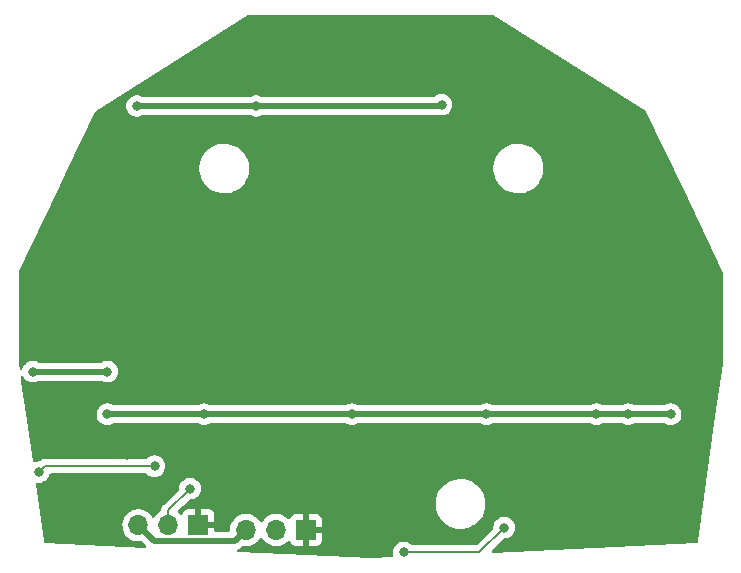
<source format=gbl>
%TF.GenerationSoftware,KiCad,Pcbnew,6.0.4-6f826c9f35~116~ubuntu20.04.1*%
%TF.CreationDate,2022-04-29T21:32:22-06:00*%
%TF.ProjectId,circle-big,63697263-6c65-42d6-9269-672e6b696361,rev?*%
%TF.SameCoordinates,Original*%
%TF.FileFunction,Copper,L2,Bot*%
%TF.FilePolarity,Positive*%
%FSLAX46Y46*%
G04 Gerber Fmt 4.6, Leading zero omitted, Abs format (unit mm)*
G04 Created by KiCad (PCBNEW 6.0.4-6f826c9f35~116~ubuntu20.04.1) date 2022-04-29 21:32:22*
%MOMM*%
%LPD*%
G01*
G04 APERTURE LIST*
%TA.AperFunction,ComponentPad*%
%ADD10R,1.700000X1.700000*%
%TD*%
%TA.AperFunction,ComponentPad*%
%ADD11O,1.700000X1.700000*%
%TD*%
%TA.AperFunction,ViaPad*%
%ADD12C,0.800000*%
%TD*%
%TA.AperFunction,Conductor*%
%ADD13C,0.500000*%
%TD*%
%TA.AperFunction,Conductor*%
%ADD14C,0.200000*%
%TD*%
G04 APERTURE END LIST*
D10*
%TO.P,J2,1,Pin_1*%
%TO.N,GND*%
X42625000Y-60900000D03*
D11*
%TO.P,J2,2,Pin_2*%
%TO.N,/SIG_OUT*%
X40085000Y-60900000D03*
%TO.P,J2,3,Pin_3*%
%TO.N,VCC*%
X37545000Y-60900000D03*
%TD*%
D10*
%TO.P,J1,1,Pin_1*%
%TO.N,GND*%
X33515000Y-60500000D03*
D11*
%TO.P,J1,2,Pin_2*%
%TO.N,/SIG_IN*%
X30975000Y-60500000D03*
%TO.P,J1,3,Pin_3*%
%TO.N,VCC*%
X28435000Y-60500000D03*
%TD*%
D12*
%TO.N,VCC*%
X25800000Y-51100000D03*
X19500000Y-47500000D03*
X38400000Y-25000000D03*
X69900000Y-51100000D03*
X25800000Y-47500000D03*
X34000000Y-51100000D03*
X54100000Y-24900000D03*
X67200000Y-51100000D03*
X73500000Y-51100000D03*
X57900000Y-51100000D03*
X46500000Y-51100000D03*
X28300000Y-25000000D03*
%TO.N,GND*%
X63900000Y-26400000D03*
X51500000Y-18400000D03*
X69200000Y-46100000D03*
X34800000Y-20600000D03*
X71700000Y-48900000D03*
X37200000Y-46100000D03*
X60700000Y-19700000D03*
X27500000Y-46100000D03*
X20700000Y-37700000D03*
X75600000Y-44600000D03*
X41300000Y-28400000D03*
X72000000Y-52800000D03*
X52300000Y-35500000D03*
X44100000Y-38400000D03*
X24500000Y-34700000D03*
X49800000Y-46100000D03*
X26500000Y-58100000D03*
X24700000Y-54500000D03*
X42000000Y-20600000D03*
X74700000Y-35800000D03*
X27500000Y-54525000D03*
X67500000Y-60400000D03*
X57400000Y-20600000D03*
X27500000Y-39400000D03*
X60800000Y-46100000D03*
X64900000Y-48400000D03*
X22700000Y-39300000D03*
%TO.N,Net-(D1-Pad4)*%
X20000000Y-56000000D03*
X29800000Y-55500000D03*
%TO.N,Net-(D3-Pad2)*%
X50900000Y-62800000D03*
X59400000Y-60700000D03*
%TO.N,/SIG_IN*%
X32800000Y-57400000D03*
%TD*%
D13*
%TO.N,VCC*%
X54000000Y-25000000D02*
X54100000Y-24900000D01*
X28435000Y-60500000D02*
X29734511Y-61799511D01*
X57900000Y-51100000D02*
X67200000Y-51100000D01*
X36645489Y-61799511D02*
X37545000Y-60900000D01*
X73500000Y-51100000D02*
X69900000Y-51100000D01*
X34000000Y-51100000D02*
X25800000Y-51100000D01*
X67200000Y-51100000D02*
X69900000Y-51100000D01*
X25800000Y-47500000D02*
X19500000Y-47500000D01*
X38400000Y-25000000D02*
X54000000Y-25000000D01*
X46500000Y-51100000D02*
X57900000Y-51100000D01*
X29734511Y-61799511D02*
X36645489Y-61799511D01*
X34000000Y-51100000D02*
X46500000Y-51100000D01*
X28300000Y-25000000D02*
X38400000Y-25000000D01*
%TO.N,GND*%
X27500000Y-39400000D02*
X22800000Y-39400000D01*
X74100000Y-46100000D02*
X75600000Y-44600000D01*
X49800000Y-46100000D02*
X60800000Y-46100000D01*
X27500000Y-54525000D02*
X24725000Y-54525000D01*
X24725000Y-54525000D02*
X24700000Y-54500000D01*
X34800000Y-20600000D02*
X42000000Y-20600000D01*
X22800000Y-39400000D02*
X22700000Y-39300000D01*
X37200000Y-46100000D02*
X27500000Y-46100000D01*
X42000000Y-20600000D02*
X57400000Y-20600000D01*
X69200000Y-46100000D02*
X74100000Y-46100000D01*
X60800000Y-46100000D02*
X69200000Y-46100000D01*
X37200000Y-46100000D02*
X49800000Y-46100000D01*
D14*
%TO.N,Net-(D1-Pad4)*%
X20500000Y-55500000D02*
X20000000Y-56000000D01*
X29800000Y-55500000D02*
X20500000Y-55500000D01*
%TO.N,Net-(D3-Pad2)*%
X50900000Y-62800000D02*
X57300000Y-62800000D01*
X57300000Y-62800000D02*
X59400000Y-60700000D01*
%TO.N,/SIG_IN*%
X30975000Y-59225000D02*
X32800000Y-57400000D01*
X30975000Y-60500000D02*
X30975000Y-59225000D01*
%TD*%
%TA.AperFunction,Conductor*%
%TO.N,GND*%
G36*
X58484164Y-17327834D02*
G01*
X71371488Y-25431226D01*
X71373886Y-25432734D01*
X71420485Y-25485037D01*
X74587869Y-32107750D01*
X77879169Y-38989558D01*
X77891500Y-39043921D01*
X77891500Y-46855482D01*
X77890265Y-46873077D01*
X77267376Y-51289928D01*
X75776571Y-61861097D01*
X75769944Y-61908085D01*
X75740626Y-61972745D01*
X75681003Y-62011290D01*
X75651004Y-62016355D01*
X58458697Y-62811729D01*
X58389726Y-62794897D01*
X58340803Y-62743447D01*
X58327462Y-62673715D01*
X58353939Y-62607840D01*
X58363780Y-62596769D01*
X59315144Y-61645405D01*
X59377456Y-61611379D01*
X59404239Y-61608500D01*
X59495487Y-61608500D01*
X59501939Y-61607128D01*
X59501944Y-61607128D01*
X59588888Y-61588647D01*
X59682288Y-61568794D01*
X59729835Y-61547625D01*
X59850722Y-61493803D01*
X59850724Y-61493802D01*
X59856752Y-61491118D01*
X59875854Y-61477240D01*
X59979672Y-61401811D01*
X60011253Y-61378866D01*
X60139040Y-61236944D01*
X60234527Y-61071556D01*
X60293542Y-60889928D01*
X60296524Y-60861562D01*
X60312814Y-60706565D01*
X60313504Y-60700000D01*
X60305937Y-60628000D01*
X60294232Y-60516635D01*
X60294232Y-60516633D01*
X60293542Y-60510072D01*
X60234527Y-60328444D01*
X60139040Y-60163056D01*
X60057609Y-60072617D01*
X60015675Y-60026045D01*
X60015674Y-60026044D01*
X60011253Y-60021134D01*
X59877929Y-59924268D01*
X59862094Y-59912763D01*
X59862093Y-59912762D01*
X59856752Y-59908882D01*
X59850724Y-59906198D01*
X59850722Y-59906197D01*
X59688319Y-59833891D01*
X59688318Y-59833891D01*
X59682288Y-59831206D01*
X59588887Y-59811353D01*
X59501944Y-59792872D01*
X59501939Y-59792872D01*
X59495487Y-59791500D01*
X59304513Y-59791500D01*
X59298061Y-59792872D01*
X59298056Y-59792872D01*
X59211113Y-59811353D01*
X59117712Y-59831206D01*
X59111682Y-59833891D01*
X59111681Y-59833891D01*
X58949278Y-59906197D01*
X58949276Y-59906198D01*
X58943248Y-59908882D01*
X58937907Y-59912762D01*
X58937906Y-59912763D01*
X58922071Y-59924268D01*
X58788747Y-60021134D01*
X58784326Y-60026044D01*
X58784325Y-60026045D01*
X58742392Y-60072617D01*
X58660960Y-60163056D01*
X58565473Y-60328444D01*
X58506458Y-60510072D01*
X58505768Y-60516633D01*
X58505768Y-60516635D01*
X58494063Y-60628000D01*
X58486496Y-60700000D01*
X58486684Y-60701786D01*
X58467184Y-60768196D01*
X58450281Y-60789170D01*
X57084856Y-62154595D01*
X57022544Y-62188621D01*
X56995761Y-62191500D01*
X51630710Y-62191500D01*
X51562589Y-62171498D01*
X51537074Y-62149811D01*
X51515668Y-62126037D01*
X51515666Y-62126036D01*
X51511253Y-62121134D01*
X51437972Y-62067892D01*
X51362094Y-62012763D01*
X51362093Y-62012762D01*
X51356752Y-62008882D01*
X51350724Y-62006198D01*
X51350722Y-62006197D01*
X51188319Y-61933891D01*
X51188318Y-61933891D01*
X51182288Y-61931206D01*
X51073513Y-61908085D01*
X51001944Y-61892872D01*
X51001939Y-61892872D01*
X50995487Y-61891500D01*
X50804513Y-61891500D01*
X50798061Y-61892872D01*
X50798056Y-61892872D01*
X50726487Y-61908085D01*
X50617712Y-61931206D01*
X50611682Y-61933891D01*
X50611681Y-61933891D01*
X50449278Y-62006197D01*
X50449276Y-62006198D01*
X50443248Y-62008882D01*
X50288747Y-62121134D01*
X50284326Y-62126044D01*
X50284325Y-62126045D01*
X50187100Y-62234025D01*
X50160960Y-62263056D01*
X50142421Y-62295166D01*
X50084951Y-62394708D01*
X50065473Y-62428444D01*
X50006458Y-62610072D01*
X50005768Y-62616633D01*
X50005768Y-62616635D01*
X49992440Y-62743447D01*
X49986496Y-62800000D01*
X49987186Y-62806565D01*
X49988542Y-62819462D01*
X50006458Y-62989928D01*
X50023521Y-63042442D01*
X50025549Y-63113407D01*
X49988887Y-63174206D01*
X49925175Y-63205531D01*
X49909511Y-63207242D01*
X48105818Y-63290687D01*
X48094188Y-63290687D01*
X40855496Y-62955801D01*
X36897722Y-62772701D01*
X36830598Y-62749573D01*
X36786635Y-62693826D01*
X36779789Y-62623160D01*
X36812236Y-62560011D01*
X36860553Y-62528398D01*
X36889798Y-62517782D01*
X36893944Y-62516359D01*
X36956425Y-62496118D01*
X36956427Y-62496117D01*
X36963388Y-62493862D01*
X36969643Y-62490066D01*
X36975117Y-62487560D01*
X36980547Y-62484841D01*
X36987426Y-62482344D01*
X37048465Y-62442325D01*
X37052169Y-62439988D01*
X37114596Y-62402106D01*
X37122973Y-62394708D01*
X37122997Y-62394735D01*
X37125989Y-62392082D01*
X37129222Y-62389379D01*
X37135341Y-62385367D01*
X37188617Y-62329128D01*
X37190995Y-62326686D01*
X37236441Y-62281240D01*
X37298753Y-62247214D01*
X37350657Y-62246865D01*
X37383597Y-62253567D01*
X37388772Y-62253757D01*
X37388774Y-62253757D01*
X37601673Y-62261564D01*
X37601677Y-62261564D01*
X37606837Y-62261753D01*
X37611957Y-62261097D01*
X37611959Y-62261097D01*
X37823288Y-62234025D01*
X37823289Y-62234025D01*
X37828416Y-62233368D01*
X37833366Y-62231883D01*
X38037429Y-62170661D01*
X38037434Y-62170659D01*
X38042384Y-62169174D01*
X38242994Y-62070896D01*
X38424860Y-61941173D01*
X38432168Y-61933891D01*
X38556430Y-61810062D01*
X38583096Y-61783489D01*
X38713453Y-61602077D01*
X38714776Y-61603028D01*
X38761645Y-61559857D01*
X38831580Y-61547625D01*
X38897026Y-61575144D01*
X38924875Y-61606994D01*
X38984987Y-61705088D01*
X39131250Y-61873938D01*
X39200230Y-61931206D01*
X39296692Y-62011290D01*
X39303126Y-62016632D01*
X39496000Y-62129338D01*
X39704692Y-62209030D01*
X39709760Y-62210061D01*
X39709763Y-62210062D01*
X39817017Y-62231883D01*
X39923597Y-62253567D01*
X39928772Y-62253757D01*
X39928774Y-62253757D01*
X40141673Y-62261564D01*
X40141677Y-62261564D01*
X40146837Y-62261753D01*
X40151957Y-62261097D01*
X40151959Y-62261097D01*
X40363288Y-62234025D01*
X40363289Y-62234025D01*
X40368416Y-62233368D01*
X40373366Y-62231883D01*
X40577429Y-62170661D01*
X40577434Y-62170659D01*
X40582384Y-62169174D01*
X40782994Y-62070896D01*
X40964860Y-61941173D01*
X40972168Y-61933891D01*
X41073479Y-61832933D01*
X41135851Y-61799017D01*
X41206658Y-61804205D01*
X41263419Y-61846851D01*
X41280401Y-61877954D01*
X41321676Y-61988054D01*
X41330214Y-62003649D01*
X41406715Y-62105724D01*
X41419276Y-62118285D01*
X41521351Y-62194786D01*
X41536946Y-62203324D01*
X41657394Y-62248478D01*
X41672649Y-62252105D01*
X41723514Y-62257631D01*
X41730328Y-62258000D01*
X42352885Y-62258000D01*
X42368124Y-62253525D01*
X42369329Y-62252135D01*
X42371000Y-62244452D01*
X42371000Y-62239884D01*
X42879000Y-62239884D01*
X42883475Y-62255123D01*
X42884865Y-62256328D01*
X42892548Y-62257999D01*
X43519669Y-62257999D01*
X43526490Y-62257629D01*
X43577352Y-62252105D01*
X43592604Y-62248479D01*
X43713054Y-62203324D01*
X43728649Y-62194786D01*
X43830724Y-62118285D01*
X43843285Y-62105724D01*
X43919786Y-62003649D01*
X43928324Y-61988054D01*
X43973478Y-61867606D01*
X43977105Y-61852351D01*
X43982631Y-61801486D01*
X43983000Y-61794672D01*
X43983000Y-61172115D01*
X43978525Y-61156876D01*
X43977135Y-61155671D01*
X43969452Y-61154000D01*
X42897115Y-61154000D01*
X42881876Y-61158475D01*
X42880671Y-61159865D01*
X42879000Y-61167548D01*
X42879000Y-62239884D01*
X42371000Y-62239884D01*
X42371000Y-60627885D01*
X42879000Y-60627885D01*
X42883475Y-60643124D01*
X42884865Y-60644329D01*
X42892548Y-60646000D01*
X43964884Y-60646000D01*
X43980123Y-60641525D01*
X43981328Y-60640135D01*
X43982999Y-60632452D01*
X43982999Y-60005331D01*
X43982629Y-59998510D01*
X43977105Y-59947648D01*
X43973479Y-59932396D01*
X43928324Y-59811946D01*
X43919786Y-59796351D01*
X43843285Y-59694276D01*
X43830724Y-59681715D01*
X43728649Y-59605214D01*
X43713054Y-59596676D01*
X43592606Y-59551522D01*
X43577351Y-59547895D01*
X43526486Y-59542369D01*
X43519672Y-59542000D01*
X42897115Y-59542000D01*
X42881876Y-59546475D01*
X42880671Y-59547865D01*
X42879000Y-59555548D01*
X42879000Y-60627885D01*
X42371000Y-60627885D01*
X42371000Y-59560116D01*
X42366525Y-59544877D01*
X42365135Y-59543672D01*
X42357452Y-59542001D01*
X41730331Y-59542001D01*
X41723510Y-59542371D01*
X41672648Y-59547895D01*
X41657396Y-59551521D01*
X41536946Y-59596676D01*
X41521351Y-59605214D01*
X41419276Y-59681715D01*
X41406715Y-59694276D01*
X41330214Y-59796351D01*
X41321676Y-59811946D01*
X41280297Y-59922322D01*
X41237655Y-59979087D01*
X41171093Y-60003786D01*
X41101744Y-59988578D01*
X41069121Y-59962891D01*
X41018151Y-59906876D01*
X41018145Y-59906870D01*
X41014670Y-59903051D01*
X41010619Y-59899852D01*
X41010615Y-59899848D01*
X40843414Y-59767800D01*
X40843410Y-59767798D01*
X40839359Y-59764598D01*
X40643789Y-59656638D01*
X40638920Y-59654914D01*
X40638916Y-59654912D01*
X40438087Y-59583795D01*
X40438083Y-59583794D01*
X40433212Y-59582069D01*
X40428119Y-59581162D01*
X40428116Y-59581161D01*
X40218373Y-59543800D01*
X40218367Y-59543799D01*
X40213284Y-59542894D01*
X40139452Y-59541992D01*
X39995081Y-59540228D01*
X39995079Y-59540228D01*
X39989911Y-59540165D01*
X39769091Y-59573955D01*
X39556756Y-59643357D01*
X39358607Y-59746507D01*
X39354474Y-59749610D01*
X39354471Y-59749612D01*
X39184100Y-59877530D01*
X39179965Y-59880635D01*
X39152972Y-59908882D01*
X39037893Y-60029305D01*
X39025629Y-60042138D01*
X38918201Y-60199621D01*
X38863293Y-60244621D01*
X38792768Y-60252792D01*
X38729021Y-60221538D01*
X38708324Y-60197054D01*
X38627822Y-60072617D01*
X38627820Y-60072614D01*
X38625014Y-60068277D01*
X38474670Y-59903051D01*
X38470619Y-59899852D01*
X38470615Y-59899848D01*
X38303414Y-59767800D01*
X38303410Y-59767798D01*
X38299359Y-59764598D01*
X38103789Y-59656638D01*
X38098920Y-59654914D01*
X38098916Y-59654912D01*
X37898087Y-59583795D01*
X37898083Y-59583794D01*
X37893212Y-59582069D01*
X37888119Y-59581162D01*
X37888116Y-59581161D01*
X37678373Y-59543800D01*
X37678367Y-59543799D01*
X37673284Y-59542894D01*
X37599452Y-59541992D01*
X37455081Y-59540228D01*
X37455079Y-59540228D01*
X37449911Y-59540165D01*
X37229091Y-59573955D01*
X37016756Y-59643357D01*
X36818607Y-59746507D01*
X36814474Y-59749610D01*
X36814471Y-59749612D01*
X36644100Y-59877530D01*
X36639965Y-59880635D01*
X36612972Y-59908882D01*
X36497893Y-60029305D01*
X36485629Y-60042138D01*
X36359743Y-60226680D01*
X36265688Y-60429305D01*
X36205989Y-60644570D01*
X36182251Y-60866695D01*
X36184172Y-60900000D01*
X36184619Y-60907757D01*
X36168572Y-60976916D01*
X36117682Y-61026421D01*
X36058828Y-61041011D01*
X34999000Y-61041011D01*
X34930879Y-61021009D01*
X34884386Y-60967353D01*
X34873000Y-60915011D01*
X34873000Y-60772115D01*
X34868525Y-60756876D01*
X34867135Y-60755671D01*
X34859452Y-60754000D01*
X33387000Y-60754000D01*
X33318879Y-60733998D01*
X33272386Y-60680342D01*
X33261000Y-60628000D01*
X33261000Y-60227885D01*
X33769000Y-60227885D01*
X33773475Y-60243124D01*
X33774865Y-60244329D01*
X33782548Y-60246000D01*
X34854884Y-60246000D01*
X34870123Y-60241525D01*
X34871328Y-60240135D01*
X34872999Y-60232452D01*
X34872999Y-59605331D01*
X34872629Y-59598510D01*
X34867105Y-59547648D01*
X34863479Y-59532396D01*
X34818324Y-59411946D01*
X34809786Y-59396351D01*
X34733285Y-59294276D01*
X34720724Y-59281715D01*
X34618649Y-59205214D01*
X34603054Y-59196676D01*
X34482606Y-59151522D01*
X34467351Y-59147895D01*
X34416486Y-59142369D01*
X34409672Y-59142000D01*
X33787115Y-59142000D01*
X33771876Y-59146475D01*
X33770671Y-59147865D01*
X33769000Y-59155548D01*
X33769000Y-60227885D01*
X33261000Y-60227885D01*
X33261000Y-59160116D01*
X33256525Y-59144877D01*
X33255135Y-59143672D01*
X33247452Y-59142001D01*
X32620331Y-59142001D01*
X32613510Y-59142371D01*
X32562648Y-59147895D01*
X32547396Y-59151521D01*
X32426946Y-59196676D01*
X32411351Y-59205214D01*
X32309276Y-59281715D01*
X32296715Y-59294276D01*
X32220214Y-59396351D01*
X32211676Y-59411946D01*
X32170297Y-59522322D01*
X32127655Y-59579087D01*
X32061093Y-59603786D01*
X31991744Y-59588578D01*
X31959121Y-59562891D01*
X31908151Y-59506876D01*
X31908145Y-59506870D01*
X31904670Y-59503051D01*
X31821868Y-59437658D01*
X31780807Y-59379741D01*
X31777575Y-59308818D01*
X31810867Y-59249682D01*
X32227846Y-58832703D01*
X53598742Y-58832703D01*
X53636267Y-59117734D01*
X53712128Y-59395036D01*
X53713812Y-59398984D01*
X53818047Y-59643357D01*
X53824922Y-59659476D01*
X53875579Y-59744118D01*
X53968782Y-59899848D01*
X53972560Y-59906161D01*
X54152312Y-60130528D01*
X54360850Y-60328423D01*
X54594316Y-60496186D01*
X54598111Y-60498195D01*
X54598112Y-60498196D01*
X54619868Y-60509715D01*
X54848391Y-60630712D01*
X54975865Y-60677361D01*
X55023430Y-60694767D01*
X55118372Y-60729511D01*
X55399263Y-60790755D01*
X55427840Y-60793004D01*
X55622281Y-60808307D01*
X55622290Y-60808307D01*
X55624738Y-60808500D01*
X55780270Y-60808500D01*
X55782406Y-60808354D01*
X55782417Y-60808354D01*
X55990547Y-60794165D01*
X55990553Y-60794164D01*
X55994824Y-60793873D01*
X55999019Y-60793004D01*
X55999021Y-60793004D01*
X56173477Y-60756876D01*
X56276341Y-60735574D01*
X56547342Y-60639607D01*
X56802811Y-60507750D01*
X56806312Y-60505289D01*
X56806316Y-60505287D01*
X56939895Y-60411406D01*
X57038022Y-60342441D01*
X57134496Y-60252792D01*
X57245478Y-60149661D01*
X57245480Y-60149658D01*
X57248621Y-60146740D01*
X57430712Y-59924268D01*
X57580926Y-59679142D01*
X57656546Y-59506876D01*
X57694756Y-59419830D01*
X57696482Y-59415898D01*
X57775243Y-59139406D01*
X57815750Y-58854784D01*
X57815844Y-58836951D01*
X57817234Y-58571583D01*
X57817234Y-58571576D01*
X57817256Y-58567297D01*
X57779731Y-58282266D01*
X57776046Y-58268794D01*
X57705002Y-58009103D01*
X57703870Y-58004964D01*
X57672418Y-57931226D01*
X57592762Y-57744476D01*
X57592760Y-57744472D01*
X57591076Y-57740524D01*
X57443438Y-57493839D01*
X57263686Y-57269472D01*
X57055148Y-57071577D01*
X56821682Y-56903814D01*
X56799842Y-56892250D01*
X56750470Y-56866109D01*
X56567607Y-56769288D01*
X56331128Y-56682749D01*
X56301657Y-56671964D01*
X56301655Y-56671963D01*
X56297626Y-56670489D01*
X56016735Y-56609245D01*
X55978006Y-56606197D01*
X55793717Y-56591693D01*
X55793708Y-56591693D01*
X55791260Y-56591500D01*
X55635728Y-56591500D01*
X55633592Y-56591646D01*
X55633581Y-56591646D01*
X55425451Y-56605835D01*
X55425445Y-56605836D01*
X55421174Y-56606127D01*
X55416979Y-56606996D01*
X55416977Y-56606996D01*
X55280416Y-56635276D01*
X55139657Y-56664426D01*
X54868656Y-56760393D01*
X54864847Y-56762359D01*
X54669750Y-56863056D01*
X54613187Y-56892250D01*
X54609686Y-56894711D01*
X54609682Y-56894713D01*
X54568496Y-56923659D01*
X54377976Y-57057559D01*
X54362891Y-57071577D01*
X54220609Y-57203794D01*
X54167377Y-57253260D01*
X53985286Y-57475732D01*
X53835072Y-57720858D01*
X53719516Y-57984102D01*
X53640755Y-58260594D01*
X53600248Y-58545216D01*
X53600226Y-58549505D01*
X53600225Y-58549512D01*
X53598960Y-58791013D01*
X53598742Y-58832703D01*
X32227846Y-58832703D01*
X32715144Y-58345405D01*
X32777456Y-58311379D01*
X32804239Y-58308500D01*
X32895487Y-58308500D01*
X32901939Y-58307128D01*
X32901944Y-58307128D01*
X32998885Y-58286522D01*
X33082288Y-58268794D01*
X33100706Y-58260594D01*
X33250722Y-58193803D01*
X33250724Y-58193802D01*
X33256752Y-58191118D01*
X33411253Y-58078866D01*
X33477795Y-58004964D01*
X33534621Y-57941852D01*
X33534622Y-57941851D01*
X33539040Y-57936944D01*
X33634527Y-57771556D01*
X33693542Y-57589928D01*
X33713504Y-57400000D01*
X33712814Y-57393435D01*
X33694232Y-57216635D01*
X33694232Y-57216633D01*
X33693542Y-57210072D01*
X33634527Y-57028444D01*
X33539040Y-56863056D01*
X33476685Y-56793803D01*
X33415675Y-56726045D01*
X33415674Y-56726044D01*
X33411253Y-56721134D01*
X33256752Y-56608882D01*
X33250724Y-56606198D01*
X33250722Y-56606197D01*
X33088319Y-56533891D01*
X33088318Y-56533891D01*
X33082288Y-56531206D01*
X32988888Y-56511353D01*
X32901944Y-56492872D01*
X32901939Y-56492872D01*
X32895487Y-56491500D01*
X32704513Y-56491500D01*
X32698061Y-56492872D01*
X32698056Y-56492872D01*
X32611113Y-56511353D01*
X32517712Y-56531206D01*
X32511682Y-56533891D01*
X32511681Y-56533891D01*
X32349278Y-56606197D01*
X32349276Y-56606198D01*
X32343248Y-56608882D01*
X32188747Y-56721134D01*
X32184326Y-56726044D01*
X32184325Y-56726045D01*
X32123316Y-56793803D01*
X32060960Y-56863056D01*
X31965473Y-57028444D01*
X31906458Y-57210072D01*
X31905768Y-57216633D01*
X31905768Y-57216635D01*
X31887186Y-57393435D01*
X31886496Y-57400000D01*
X31886684Y-57401786D01*
X31867184Y-57468196D01*
X31850281Y-57489170D01*
X30578766Y-58760685D01*
X30566375Y-58771552D01*
X30541013Y-58791013D01*
X30516526Y-58822925D01*
X30516523Y-58822928D01*
X30443476Y-58918124D01*
X30382162Y-59066149D01*
X30382162Y-59066150D01*
X30380414Y-59079426D01*
X30373077Y-59135159D01*
X30366500Y-59185115D01*
X30366500Y-59185120D01*
X30361250Y-59225000D01*
X30358288Y-59224610D01*
X30342326Y-59278971D01*
X30294509Y-59322612D01*
X30248607Y-59346507D01*
X30244474Y-59349610D01*
X30244471Y-59349612D01*
X30074100Y-59477530D01*
X30069965Y-59480635D01*
X30030128Y-59522322D01*
X29959074Y-59596676D01*
X29915629Y-59642138D01*
X29808201Y-59799621D01*
X29753293Y-59844621D01*
X29682768Y-59852792D01*
X29619021Y-59821538D01*
X29598324Y-59797054D01*
X29517822Y-59672617D01*
X29517820Y-59672614D01*
X29515014Y-59668277D01*
X29364670Y-59503051D01*
X29360619Y-59499852D01*
X29360615Y-59499848D01*
X29193414Y-59367800D01*
X29193410Y-59367798D01*
X29189359Y-59364598D01*
X28993789Y-59256638D01*
X28988920Y-59254914D01*
X28988916Y-59254912D01*
X28788087Y-59183795D01*
X28788083Y-59183794D01*
X28783212Y-59182069D01*
X28778119Y-59181162D01*
X28778116Y-59181161D01*
X28568373Y-59143800D01*
X28568367Y-59143799D01*
X28563284Y-59142894D01*
X28489452Y-59141992D01*
X28345081Y-59140228D01*
X28345079Y-59140228D01*
X28339911Y-59140165D01*
X28119091Y-59173955D01*
X27906756Y-59243357D01*
X27708607Y-59346507D01*
X27704474Y-59349610D01*
X27704471Y-59349612D01*
X27534100Y-59477530D01*
X27529965Y-59480635D01*
X27490128Y-59522322D01*
X27419074Y-59596676D01*
X27375629Y-59642138D01*
X27372720Y-59646403D01*
X27372714Y-59646411D01*
X27348631Y-59681715D01*
X27249743Y-59826680D01*
X27214293Y-59903051D01*
X27169983Y-59998510D01*
X27155688Y-60029305D01*
X27095989Y-60244570D01*
X27072251Y-60466695D01*
X27085110Y-60689715D01*
X27086247Y-60694761D01*
X27086248Y-60694767D01*
X27108583Y-60793873D01*
X27134222Y-60907639D01*
X27218266Y-61114616D01*
X27334987Y-61305088D01*
X27481250Y-61473938D01*
X27653126Y-61616632D01*
X27846000Y-61729338D01*
X28054692Y-61809030D01*
X28059760Y-61810061D01*
X28059763Y-61810062D01*
X28167379Y-61831957D01*
X28273597Y-61853567D01*
X28278772Y-61853757D01*
X28278774Y-61853757D01*
X28491673Y-61861564D01*
X28491677Y-61861564D01*
X28496837Y-61861753D01*
X28636908Y-61843809D01*
X28707017Y-61854993D01*
X28742012Y-61879693D01*
X29052734Y-62190415D01*
X29086760Y-62252727D01*
X29081695Y-62323542D01*
X29039148Y-62380378D01*
X28972628Y-62405189D01*
X28957821Y-62405375D01*
X20548997Y-62016355D01*
X20481874Y-61993227D01*
X20437911Y-61937480D01*
X20430056Y-61908085D01*
X20423495Y-61861564D01*
X19744580Y-57047434D01*
X19754873Y-56977189D01*
X19801510Y-56923659D01*
X19869685Y-56903840D01*
X19895544Y-56906594D01*
X19898052Y-56907127D01*
X19898055Y-56907127D01*
X19904513Y-56908500D01*
X20095487Y-56908500D01*
X20101939Y-56907128D01*
X20101944Y-56907128D01*
X20188888Y-56888647D01*
X20282288Y-56868794D01*
X20295176Y-56863056D01*
X20450722Y-56793803D01*
X20450724Y-56793802D01*
X20456752Y-56791118D01*
X20484031Y-56771299D01*
X20558421Y-56717251D01*
X20611253Y-56678866D01*
X20673940Y-56609245D01*
X20734621Y-56541852D01*
X20734622Y-56541851D01*
X20739040Y-56536944D01*
X20813197Y-56408500D01*
X20831223Y-56377279D01*
X20831224Y-56377278D01*
X20834527Y-56371556D01*
X20891711Y-56195563D01*
X20931785Y-56136958D01*
X20997182Y-56109321D01*
X21011544Y-56108500D01*
X29069290Y-56108500D01*
X29137411Y-56128502D01*
X29162926Y-56150189D01*
X29188747Y-56178866D01*
X29343248Y-56291118D01*
X29349276Y-56293802D01*
X29349278Y-56293803D01*
X29509806Y-56365274D01*
X29517712Y-56368794D01*
X29611112Y-56388647D01*
X29698056Y-56407128D01*
X29698061Y-56407128D01*
X29704513Y-56408500D01*
X29895487Y-56408500D01*
X29901939Y-56407128D01*
X29901944Y-56407128D01*
X29988888Y-56388647D01*
X30082288Y-56368794D01*
X30090194Y-56365274D01*
X30250722Y-56293803D01*
X30250724Y-56293802D01*
X30256752Y-56291118D01*
X30411253Y-56178866D01*
X30539040Y-56036944D01*
X30634527Y-55871556D01*
X30693542Y-55689928D01*
X30713504Y-55500000D01*
X30693542Y-55310072D01*
X30634527Y-55128444D01*
X30613990Y-55092872D01*
X30584338Y-55041515D01*
X30539040Y-54963056D01*
X30411253Y-54821134D01*
X30256752Y-54708882D01*
X30250724Y-54706198D01*
X30250722Y-54706197D01*
X30088319Y-54633891D01*
X30088318Y-54633891D01*
X30082288Y-54631206D01*
X29988888Y-54611353D01*
X29901944Y-54592872D01*
X29901939Y-54592872D01*
X29895487Y-54591500D01*
X29704513Y-54591500D01*
X29698061Y-54592872D01*
X29698056Y-54592872D01*
X29611113Y-54611353D01*
X29517712Y-54631206D01*
X29511682Y-54633891D01*
X29511681Y-54633891D01*
X29349278Y-54706197D01*
X29349276Y-54706198D01*
X29343248Y-54708882D01*
X29188747Y-54821134D01*
X29184334Y-54826036D01*
X29184332Y-54826037D01*
X29162926Y-54849811D01*
X29102480Y-54887050D01*
X29069290Y-54891500D01*
X20548136Y-54891500D01*
X20531693Y-54890422D01*
X20500000Y-54886250D01*
X20491811Y-54887328D01*
X20460126Y-54891499D01*
X20460117Y-54891500D01*
X20460115Y-54891500D01*
X20460109Y-54891501D01*
X20460107Y-54891501D01*
X20360543Y-54904609D01*
X20349336Y-54906084D01*
X20349334Y-54906085D01*
X20341149Y-54907162D01*
X20193124Y-54968476D01*
X20147305Y-55003634D01*
X20097937Y-55041515D01*
X20097921Y-55041529D01*
X20066731Y-55065462D01*
X20000511Y-55091063D01*
X19990027Y-55091500D01*
X19904513Y-55091500D01*
X19898061Y-55092872D01*
X19898056Y-55092872D01*
X19811112Y-55111353D01*
X19717712Y-55131206D01*
X19641395Y-55165184D01*
X19571030Y-55174618D01*
X19506733Y-55144512D01*
X19468920Y-55084423D01*
X19465383Y-55067672D01*
X18905840Y-51100000D01*
X24886496Y-51100000D01*
X24906458Y-51289928D01*
X24965473Y-51471556D01*
X25060960Y-51636944D01*
X25188747Y-51778866D01*
X25287843Y-51850864D01*
X25337904Y-51887235D01*
X25343248Y-51891118D01*
X25349276Y-51893802D01*
X25349278Y-51893803D01*
X25511681Y-51966109D01*
X25517712Y-51968794D01*
X25611112Y-51988647D01*
X25698056Y-52007128D01*
X25698061Y-52007128D01*
X25704513Y-52008500D01*
X25895487Y-52008500D01*
X25901939Y-52007128D01*
X25901944Y-52007128D01*
X25988887Y-51988647D01*
X26082288Y-51968794D01*
X26088319Y-51966109D01*
X26250722Y-51893803D01*
X26250724Y-51893802D01*
X26256752Y-51891118D01*
X26262091Y-51887239D01*
X26262098Y-51887235D01*
X26268528Y-51882563D01*
X26342587Y-51858500D01*
X33457413Y-51858500D01*
X33531472Y-51882563D01*
X33537902Y-51887235D01*
X33537909Y-51887239D01*
X33543248Y-51891118D01*
X33549276Y-51893802D01*
X33549278Y-51893803D01*
X33711681Y-51966109D01*
X33717712Y-51968794D01*
X33811112Y-51988647D01*
X33898056Y-52007128D01*
X33898061Y-52007128D01*
X33904513Y-52008500D01*
X34095487Y-52008500D01*
X34101939Y-52007128D01*
X34101944Y-52007128D01*
X34188887Y-51988647D01*
X34282288Y-51968794D01*
X34288319Y-51966109D01*
X34450722Y-51893803D01*
X34450724Y-51893802D01*
X34456752Y-51891118D01*
X34462091Y-51887239D01*
X34462098Y-51887235D01*
X34468528Y-51882563D01*
X34542587Y-51858500D01*
X45957413Y-51858500D01*
X46031472Y-51882563D01*
X46037902Y-51887235D01*
X46037909Y-51887239D01*
X46043248Y-51891118D01*
X46049276Y-51893802D01*
X46049278Y-51893803D01*
X46211681Y-51966109D01*
X46217712Y-51968794D01*
X46311112Y-51988647D01*
X46398056Y-52007128D01*
X46398061Y-52007128D01*
X46404513Y-52008500D01*
X46595487Y-52008500D01*
X46601939Y-52007128D01*
X46601944Y-52007128D01*
X46688887Y-51988647D01*
X46782288Y-51968794D01*
X46788319Y-51966109D01*
X46950722Y-51893803D01*
X46950724Y-51893802D01*
X46956752Y-51891118D01*
X46962091Y-51887239D01*
X46962098Y-51887235D01*
X46968528Y-51882563D01*
X47042587Y-51858500D01*
X57357413Y-51858500D01*
X57431472Y-51882563D01*
X57437902Y-51887235D01*
X57437909Y-51887239D01*
X57443248Y-51891118D01*
X57449276Y-51893802D01*
X57449278Y-51893803D01*
X57611681Y-51966109D01*
X57617712Y-51968794D01*
X57711112Y-51988647D01*
X57798056Y-52007128D01*
X57798061Y-52007128D01*
X57804513Y-52008500D01*
X57995487Y-52008500D01*
X58001939Y-52007128D01*
X58001944Y-52007128D01*
X58088887Y-51988647D01*
X58182288Y-51968794D01*
X58188319Y-51966109D01*
X58350722Y-51893803D01*
X58350724Y-51893802D01*
X58356752Y-51891118D01*
X58362091Y-51887239D01*
X58362098Y-51887235D01*
X58368528Y-51882563D01*
X58442587Y-51858500D01*
X66657413Y-51858500D01*
X66731472Y-51882563D01*
X66737902Y-51887235D01*
X66737909Y-51887239D01*
X66743248Y-51891118D01*
X66749276Y-51893802D01*
X66749278Y-51893803D01*
X66911681Y-51966109D01*
X66917712Y-51968794D01*
X67011112Y-51988647D01*
X67098056Y-52007128D01*
X67098061Y-52007128D01*
X67104513Y-52008500D01*
X67295487Y-52008500D01*
X67301939Y-52007128D01*
X67301944Y-52007128D01*
X67388887Y-51988647D01*
X67482288Y-51968794D01*
X67488319Y-51966109D01*
X67650722Y-51893803D01*
X67650724Y-51893802D01*
X67656752Y-51891118D01*
X67662091Y-51887239D01*
X67662098Y-51887235D01*
X67668528Y-51882563D01*
X67742587Y-51858500D01*
X69357413Y-51858500D01*
X69431472Y-51882563D01*
X69437902Y-51887235D01*
X69437909Y-51887239D01*
X69443248Y-51891118D01*
X69449276Y-51893802D01*
X69449278Y-51893803D01*
X69611681Y-51966109D01*
X69617712Y-51968794D01*
X69711112Y-51988647D01*
X69798056Y-52007128D01*
X69798061Y-52007128D01*
X69804513Y-52008500D01*
X69995487Y-52008500D01*
X70001939Y-52007128D01*
X70001944Y-52007128D01*
X70088887Y-51988647D01*
X70182288Y-51968794D01*
X70188319Y-51966109D01*
X70350722Y-51893803D01*
X70350724Y-51893802D01*
X70356752Y-51891118D01*
X70362091Y-51887239D01*
X70362098Y-51887235D01*
X70368528Y-51882563D01*
X70442587Y-51858500D01*
X72957413Y-51858500D01*
X73031472Y-51882563D01*
X73037902Y-51887235D01*
X73037909Y-51887239D01*
X73043248Y-51891118D01*
X73049276Y-51893802D01*
X73049278Y-51893803D01*
X73211681Y-51966109D01*
X73217712Y-51968794D01*
X73311112Y-51988647D01*
X73398056Y-52007128D01*
X73398061Y-52007128D01*
X73404513Y-52008500D01*
X73595487Y-52008500D01*
X73601939Y-52007128D01*
X73601944Y-52007128D01*
X73688887Y-51988647D01*
X73782288Y-51968794D01*
X73788319Y-51966109D01*
X73950722Y-51893803D01*
X73950724Y-51893802D01*
X73956752Y-51891118D01*
X73962097Y-51887235D01*
X74012157Y-51850864D01*
X74111253Y-51778866D01*
X74239040Y-51636944D01*
X74334527Y-51471556D01*
X74393542Y-51289928D01*
X74413504Y-51100000D01*
X74393542Y-50910072D01*
X74334527Y-50728444D01*
X74239040Y-50563056D01*
X74111253Y-50421134D01*
X73968527Y-50317437D01*
X73962094Y-50312763D01*
X73962093Y-50312762D01*
X73956752Y-50308882D01*
X73950724Y-50306198D01*
X73950722Y-50306197D01*
X73788319Y-50233891D01*
X73788318Y-50233891D01*
X73782288Y-50231206D01*
X73688887Y-50211353D01*
X73601944Y-50192872D01*
X73601939Y-50192872D01*
X73595487Y-50191500D01*
X73404513Y-50191500D01*
X73398061Y-50192872D01*
X73398056Y-50192872D01*
X73311113Y-50211353D01*
X73217712Y-50231206D01*
X73211682Y-50233891D01*
X73211681Y-50233891D01*
X73049278Y-50306197D01*
X73049276Y-50306198D01*
X73043248Y-50308882D01*
X73037909Y-50312761D01*
X73037902Y-50312765D01*
X73031472Y-50317437D01*
X72957413Y-50341500D01*
X70442587Y-50341500D01*
X70368528Y-50317437D01*
X70362098Y-50312765D01*
X70362091Y-50312761D01*
X70356752Y-50308882D01*
X70350724Y-50306198D01*
X70350722Y-50306197D01*
X70188319Y-50233891D01*
X70188318Y-50233891D01*
X70182288Y-50231206D01*
X70088887Y-50211353D01*
X70001944Y-50192872D01*
X70001939Y-50192872D01*
X69995487Y-50191500D01*
X69804513Y-50191500D01*
X69798061Y-50192872D01*
X69798056Y-50192872D01*
X69711113Y-50211353D01*
X69617712Y-50231206D01*
X69611682Y-50233891D01*
X69611681Y-50233891D01*
X69449278Y-50306197D01*
X69449276Y-50306198D01*
X69443248Y-50308882D01*
X69437909Y-50312761D01*
X69437902Y-50312765D01*
X69431472Y-50317437D01*
X69357413Y-50341500D01*
X67742587Y-50341500D01*
X67668528Y-50317437D01*
X67662098Y-50312765D01*
X67662091Y-50312761D01*
X67656752Y-50308882D01*
X67650724Y-50306198D01*
X67650722Y-50306197D01*
X67488319Y-50233891D01*
X67488318Y-50233891D01*
X67482288Y-50231206D01*
X67388887Y-50211353D01*
X67301944Y-50192872D01*
X67301939Y-50192872D01*
X67295487Y-50191500D01*
X67104513Y-50191500D01*
X67098061Y-50192872D01*
X67098056Y-50192872D01*
X67011113Y-50211353D01*
X66917712Y-50231206D01*
X66911682Y-50233891D01*
X66911681Y-50233891D01*
X66749278Y-50306197D01*
X66749276Y-50306198D01*
X66743248Y-50308882D01*
X66737909Y-50312761D01*
X66737902Y-50312765D01*
X66731472Y-50317437D01*
X66657413Y-50341500D01*
X58442587Y-50341500D01*
X58368528Y-50317437D01*
X58362098Y-50312765D01*
X58362091Y-50312761D01*
X58356752Y-50308882D01*
X58350724Y-50306198D01*
X58350722Y-50306197D01*
X58188319Y-50233891D01*
X58188318Y-50233891D01*
X58182288Y-50231206D01*
X58088887Y-50211353D01*
X58001944Y-50192872D01*
X58001939Y-50192872D01*
X57995487Y-50191500D01*
X57804513Y-50191500D01*
X57798061Y-50192872D01*
X57798056Y-50192872D01*
X57711113Y-50211353D01*
X57617712Y-50231206D01*
X57611682Y-50233891D01*
X57611681Y-50233891D01*
X57449278Y-50306197D01*
X57449276Y-50306198D01*
X57443248Y-50308882D01*
X57437909Y-50312761D01*
X57437902Y-50312765D01*
X57431472Y-50317437D01*
X57357413Y-50341500D01*
X47042587Y-50341500D01*
X46968528Y-50317437D01*
X46962098Y-50312765D01*
X46962091Y-50312761D01*
X46956752Y-50308882D01*
X46950724Y-50306198D01*
X46950722Y-50306197D01*
X46788319Y-50233891D01*
X46788318Y-50233891D01*
X46782288Y-50231206D01*
X46688887Y-50211353D01*
X46601944Y-50192872D01*
X46601939Y-50192872D01*
X46595487Y-50191500D01*
X46404513Y-50191500D01*
X46398061Y-50192872D01*
X46398056Y-50192872D01*
X46311113Y-50211353D01*
X46217712Y-50231206D01*
X46211682Y-50233891D01*
X46211681Y-50233891D01*
X46049278Y-50306197D01*
X46049276Y-50306198D01*
X46043248Y-50308882D01*
X46037909Y-50312761D01*
X46037902Y-50312765D01*
X46031472Y-50317437D01*
X45957413Y-50341500D01*
X34542587Y-50341500D01*
X34468528Y-50317437D01*
X34462098Y-50312765D01*
X34462091Y-50312761D01*
X34456752Y-50308882D01*
X34450724Y-50306198D01*
X34450722Y-50306197D01*
X34288319Y-50233891D01*
X34288318Y-50233891D01*
X34282288Y-50231206D01*
X34188887Y-50211353D01*
X34101944Y-50192872D01*
X34101939Y-50192872D01*
X34095487Y-50191500D01*
X33904513Y-50191500D01*
X33898061Y-50192872D01*
X33898056Y-50192872D01*
X33811113Y-50211353D01*
X33717712Y-50231206D01*
X33711682Y-50233891D01*
X33711681Y-50233891D01*
X33549278Y-50306197D01*
X33549276Y-50306198D01*
X33543248Y-50308882D01*
X33537909Y-50312761D01*
X33537902Y-50312765D01*
X33531472Y-50317437D01*
X33457413Y-50341500D01*
X26342587Y-50341500D01*
X26268528Y-50317437D01*
X26262098Y-50312765D01*
X26262091Y-50312761D01*
X26256752Y-50308882D01*
X26250724Y-50306198D01*
X26250722Y-50306197D01*
X26088319Y-50233891D01*
X26088318Y-50233891D01*
X26082288Y-50231206D01*
X25988887Y-50211353D01*
X25901944Y-50192872D01*
X25901939Y-50192872D01*
X25895487Y-50191500D01*
X25704513Y-50191500D01*
X25698061Y-50192872D01*
X25698056Y-50192872D01*
X25611113Y-50211353D01*
X25517712Y-50231206D01*
X25511682Y-50233891D01*
X25511681Y-50233891D01*
X25349278Y-50306197D01*
X25349276Y-50306198D01*
X25343248Y-50308882D01*
X25337907Y-50312762D01*
X25337906Y-50312763D01*
X25331473Y-50317437D01*
X25188747Y-50421134D01*
X25060960Y-50563056D01*
X24965473Y-50728444D01*
X24906458Y-50910072D01*
X24886496Y-51100000D01*
X18905840Y-51100000D01*
X18520863Y-48370166D01*
X18471713Y-48021648D01*
X18482006Y-47951402D01*
X18528643Y-47897872D01*
X18596818Y-47878053D01*
X18664884Y-47898239D01*
X18705597Y-47941053D01*
X18760960Y-48036944D01*
X18888747Y-48178866D01*
X18987843Y-48250864D01*
X19037904Y-48287235D01*
X19043248Y-48291118D01*
X19049276Y-48293802D01*
X19049278Y-48293803D01*
X19211681Y-48366109D01*
X19217712Y-48368794D01*
X19311113Y-48388647D01*
X19398056Y-48407128D01*
X19398061Y-48407128D01*
X19404513Y-48408500D01*
X19595487Y-48408500D01*
X19601939Y-48407128D01*
X19601944Y-48407128D01*
X19688887Y-48388647D01*
X19782288Y-48368794D01*
X19788319Y-48366109D01*
X19950722Y-48293803D01*
X19950724Y-48293802D01*
X19956752Y-48291118D01*
X19962091Y-48287239D01*
X19962098Y-48287235D01*
X19968528Y-48282563D01*
X20042587Y-48258500D01*
X25257413Y-48258500D01*
X25331472Y-48282563D01*
X25337902Y-48287235D01*
X25337909Y-48287239D01*
X25343248Y-48291118D01*
X25349276Y-48293802D01*
X25349278Y-48293803D01*
X25511681Y-48366109D01*
X25517712Y-48368794D01*
X25611113Y-48388647D01*
X25698056Y-48407128D01*
X25698061Y-48407128D01*
X25704513Y-48408500D01*
X25895487Y-48408500D01*
X25901939Y-48407128D01*
X25901944Y-48407128D01*
X25988887Y-48388647D01*
X26082288Y-48368794D01*
X26088319Y-48366109D01*
X26250722Y-48293803D01*
X26250724Y-48293802D01*
X26256752Y-48291118D01*
X26262097Y-48287235D01*
X26312157Y-48250864D01*
X26411253Y-48178866D01*
X26539040Y-48036944D01*
X26619122Y-47898239D01*
X26631223Y-47877279D01*
X26631224Y-47877278D01*
X26634527Y-47871556D01*
X26693542Y-47689928D01*
X26713504Y-47500000D01*
X26693542Y-47310072D01*
X26634527Y-47128444D01*
X26539040Y-46963056D01*
X26476459Y-46893552D01*
X26415675Y-46826045D01*
X26415674Y-46826044D01*
X26411253Y-46821134D01*
X26268527Y-46717437D01*
X26262094Y-46712763D01*
X26262093Y-46712762D01*
X26256752Y-46708882D01*
X26250724Y-46706198D01*
X26250722Y-46706197D01*
X26088319Y-46633891D01*
X26088318Y-46633891D01*
X26082288Y-46631206D01*
X25988887Y-46611353D01*
X25901944Y-46592872D01*
X25901939Y-46592872D01*
X25895487Y-46591500D01*
X25704513Y-46591500D01*
X25698061Y-46592872D01*
X25698056Y-46592872D01*
X25611113Y-46611353D01*
X25517712Y-46631206D01*
X25511682Y-46633891D01*
X25511681Y-46633891D01*
X25349278Y-46706197D01*
X25349276Y-46706198D01*
X25343248Y-46708882D01*
X25337909Y-46712761D01*
X25337902Y-46712765D01*
X25331472Y-46717437D01*
X25257413Y-46741500D01*
X20042587Y-46741500D01*
X19968528Y-46717437D01*
X19962098Y-46712765D01*
X19962091Y-46712761D01*
X19956752Y-46708882D01*
X19950724Y-46706198D01*
X19950722Y-46706197D01*
X19788319Y-46633891D01*
X19788318Y-46633891D01*
X19782288Y-46631206D01*
X19688887Y-46611353D01*
X19601944Y-46592872D01*
X19601939Y-46592872D01*
X19595487Y-46591500D01*
X19404513Y-46591500D01*
X19398061Y-46592872D01*
X19398056Y-46592872D01*
X19311113Y-46611353D01*
X19217712Y-46631206D01*
X19211682Y-46633891D01*
X19211681Y-46633891D01*
X19049278Y-46706197D01*
X19049276Y-46706198D01*
X19043248Y-46708882D01*
X19037907Y-46712762D01*
X19037906Y-46712763D01*
X19031473Y-46717437D01*
X18888747Y-46821134D01*
X18884326Y-46826044D01*
X18884325Y-46826045D01*
X18823542Y-46893552D01*
X18760960Y-46963056D01*
X18665473Y-47128444D01*
X18663431Y-47134729D01*
X18610986Y-47296137D01*
X18570912Y-47354743D01*
X18505516Y-47382380D01*
X18435559Y-47370273D01*
X18383253Y-47322267D01*
X18366388Y-47274796D01*
X18309735Y-46873076D01*
X18308500Y-46855481D01*
X18308500Y-39043922D01*
X18320831Y-38989559D01*
X21611191Y-32109715D01*
X22413240Y-30432703D01*
X33590743Y-30432703D01*
X33628268Y-30717734D01*
X33704129Y-30995036D01*
X33816923Y-31259476D01*
X33964561Y-31506161D01*
X34144313Y-31730528D01*
X34352851Y-31928423D01*
X34586317Y-32096186D01*
X34590112Y-32098195D01*
X34590113Y-32098196D01*
X34611869Y-32109715D01*
X34840392Y-32230712D01*
X35110373Y-32329511D01*
X35391264Y-32390755D01*
X35419841Y-32393004D01*
X35614282Y-32408307D01*
X35614291Y-32408307D01*
X35616739Y-32408500D01*
X35772271Y-32408500D01*
X35774407Y-32408354D01*
X35774418Y-32408354D01*
X35982548Y-32394165D01*
X35982554Y-32394164D01*
X35986825Y-32393873D01*
X35991020Y-32393004D01*
X35991022Y-32393004D01*
X36127584Y-32364723D01*
X36268342Y-32335574D01*
X36539343Y-32239607D01*
X36794812Y-32107750D01*
X36798313Y-32105289D01*
X36798317Y-32105287D01*
X36912418Y-32025095D01*
X37030023Y-31942441D01*
X37240622Y-31746740D01*
X37422713Y-31524268D01*
X37572927Y-31279142D01*
X37688483Y-31015898D01*
X37767244Y-30739406D01*
X37807751Y-30454784D01*
X37807845Y-30436951D01*
X37807867Y-30432703D01*
X58490743Y-30432703D01*
X58528268Y-30717734D01*
X58604129Y-30995036D01*
X58716923Y-31259476D01*
X58864561Y-31506161D01*
X59044313Y-31730528D01*
X59252851Y-31928423D01*
X59486317Y-32096186D01*
X59490112Y-32098195D01*
X59490113Y-32098196D01*
X59511869Y-32109715D01*
X59740392Y-32230712D01*
X60010373Y-32329511D01*
X60291264Y-32390755D01*
X60319841Y-32393004D01*
X60514282Y-32408307D01*
X60514291Y-32408307D01*
X60516739Y-32408500D01*
X60672271Y-32408500D01*
X60674407Y-32408354D01*
X60674418Y-32408354D01*
X60882548Y-32394165D01*
X60882554Y-32394164D01*
X60886825Y-32393873D01*
X60891020Y-32393004D01*
X60891022Y-32393004D01*
X61027584Y-32364723D01*
X61168342Y-32335574D01*
X61439343Y-32239607D01*
X61694812Y-32107750D01*
X61698313Y-32105289D01*
X61698317Y-32105287D01*
X61812418Y-32025095D01*
X61930023Y-31942441D01*
X62140622Y-31746740D01*
X62322713Y-31524268D01*
X62472927Y-31279142D01*
X62588483Y-31015898D01*
X62667244Y-30739406D01*
X62707751Y-30454784D01*
X62707845Y-30436951D01*
X62709235Y-30171583D01*
X62709235Y-30171576D01*
X62709257Y-30167297D01*
X62671732Y-29882266D01*
X62595871Y-29604964D01*
X62483077Y-29340524D01*
X62335439Y-29093839D01*
X62155687Y-28869472D01*
X61947149Y-28671577D01*
X61713683Y-28503814D01*
X61691843Y-28492250D01*
X61668654Y-28479972D01*
X61459608Y-28369288D01*
X61189627Y-28270489D01*
X60908736Y-28209245D01*
X60877685Y-28206801D01*
X60685718Y-28191693D01*
X60685709Y-28191693D01*
X60683261Y-28191500D01*
X60527729Y-28191500D01*
X60525593Y-28191646D01*
X60525582Y-28191646D01*
X60317452Y-28205835D01*
X60317446Y-28205836D01*
X60313175Y-28206127D01*
X60308980Y-28206996D01*
X60308978Y-28206996D01*
X60172416Y-28235277D01*
X60031658Y-28264426D01*
X59760657Y-28360393D01*
X59505188Y-28492250D01*
X59501687Y-28494711D01*
X59501683Y-28494713D01*
X59491594Y-28501804D01*
X59269977Y-28657559D01*
X59059378Y-28853260D01*
X58877287Y-29075732D01*
X58727073Y-29320858D01*
X58611517Y-29584102D01*
X58532756Y-29860594D01*
X58492249Y-30145216D01*
X58492227Y-30149505D01*
X58492226Y-30149512D01*
X58490765Y-30428417D01*
X58490743Y-30432703D01*
X37807867Y-30432703D01*
X37809235Y-30171583D01*
X37809235Y-30171576D01*
X37809257Y-30167297D01*
X37771732Y-29882266D01*
X37695871Y-29604964D01*
X37583077Y-29340524D01*
X37435439Y-29093839D01*
X37255687Y-28869472D01*
X37047149Y-28671577D01*
X36813683Y-28503814D01*
X36791843Y-28492250D01*
X36768654Y-28479972D01*
X36559608Y-28369288D01*
X36289627Y-28270489D01*
X36008736Y-28209245D01*
X35977685Y-28206801D01*
X35785718Y-28191693D01*
X35785709Y-28191693D01*
X35783261Y-28191500D01*
X35627729Y-28191500D01*
X35625593Y-28191646D01*
X35625582Y-28191646D01*
X35417452Y-28205835D01*
X35417446Y-28205836D01*
X35413175Y-28206127D01*
X35408980Y-28206996D01*
X35408978Y-28206996D01*
X35272416Y-28235277D01*
X35131658Y-28264426D01*
X34860657Y-28360393D01*
X34605188Y-28492250D01*
X34601687Y-28494711D01*
X34601683Y-28494713D01*
X34591594Y-28501804D01*
X34369977Y-28657559D01*
X34159378Y-28853260D01*
X33977287Y-29075732D01*
X33827073Y-29320858D01*
X33711517Y-29584102D01*
X33632756Y-29860594D01*
X33592249Y-30145216D01*
X33592227Y-30149505D01*
X33592226Y-30149512D01*
X33590765Y-30428417D01*
X33590743Y-30432703D01*
X22413240Y-30432703D01*
X24779515Y-25485037D01*
X24826113Y-25432735D01*
X25073345Y-25277279D01*
X25514319Y-25000000D01*
X27386496Y-25000000D01*
X27387186Y-25006565D01*
X27396608Y-25096206D01*
X27406458Y-25189928D01*
X27465473Y-25371556D01*
X27560960Y-25536944D01*
X27688747Y-25678866D01*
X27709306Y-25693803D01*
X27837904Y-25787235D01*
X27843248Y-25791118D01*
X27849276Y-25793802D01*
X27849278Y-25793803D01*
X28011681Y-25866109D01*
X28017712Y-25868794D01*
X28111113Y-25888647D01*
X28198056Y-25907128D01*
X28198061Y-25907128D01*
X28204513Y-25908500D01*
X28395487Y-25908500D01*
X28401939Y-25907128D01*
X28401944Y-25907128D01*
X28488887Y-25888647D01*
X28582288Y-25868794D01*
X28588319Y-25866109D01*
X28750722Y-25793803D01*
X28750724Y-25793802D01*
X28756752Y-25791118D01*
X28762091Y-25787239D01*
X28762098Y-25787235D01*
X28768528Y-25782563D01*
X28842587Y-25758500D01*
X37857413Y-25758500D01*
X37931472Y-25782563D01*
X37937902Y-25787235D01*
X37937909Y-25787239D01*
X37943248Y-25791118D01*
X37949276Y-25793802D01*
X37949278Y-25793803D01*
X38111681Y-25866109D01*
X38117712Y-25868794D01*
X38211113Y-25888647D01*
X38298056Y-25907128D01*
X38298061Y-25907128D01*
X38304513Y-25908500D01*
X38495487Y-25908500D01*
X38501939Y-25907128D01*
X38501944Y-25907128D01*
X38588887Y-25888647D01*
X38682288Y-25868794D01*
X38688319Y-25866109D01*
X38850722Y-25793803D01*
X38850724Y-25793802D01*
X38856752Y-25791118D01*
X38862091Y-25787239D01*
X38862098Y-25787235D01*
X38868528Y-25782563D01*
X38942587Y-25758500D01*
X53768307Y-25758500D01*
X53807244Y-25764667D01*
X53811681Y-25766109D01*
X53817712Y-25768794D01*
X53824164Y-25770166D01*
X53824169Y-25770167D01*
X53998056Y-25807128D01*
X53998061Y-25807128D01*
X54004513Y-25808500D01*
X54195487Y-25808500D01*
X54201939Y-25807128D01*
X54201944Y-25807128D01*
X54317510Y-25782563D01*
X54382288Y-25768794D01*
X54388319Y-25766109D01*
X54550722Y-25693803D01*
X54550724Y-25693802D01*
X54556752Y-25691118D01*
X54573616Y-25678866D01*
X54612157Y-25650864D01*
X54711253Y-25578866D01*
X54839040Y-25436944D01*
X54934527Y-25271556D01*
X54993542Y-25089928D01*
X55013504Y-24900000D01*
X55011502Y-24880950D01*
X54994232Y-24716635D01*
X54994232Y-24716633D01*
X54993542Y-24710072D01*
X54934527Y-24528444D01*
X54839040Y-24363056D01*
X54711253Y-24221134D01*
X54556752Y-24108882D01*
X54550724Y-24106198D01*
X54550722Y-24106197D01*
X54388319Y-24033891D01*
X54388318Y-24033891D01*
X54382288Y-24031206D01*
X54288887Y-24011353D01*
X54201944Y-23992872D01*
X54201939Y-23992872D01*
X54195487Y-23991500D01*
X54004513Y-23991500D01*
X53998061Y-23992872D01*
X53998056Y-23992872D01*
X53911113Y-24011353D01*
X53817712Y-24031206D01*
X53811682Y-24033891D01*
X53811681Y-24033891D01*
X53649278Y-24106197D01*
X53649276Y-24106198D01*
X53643248Y-24108882D01*
X53494092Y-24217251D01*
X53493837Y-24217436D01*
X53426969Y-24241294D01*
X53419776Y-24241500D01*
X38942587Y-24241500D01*
X38868528Y-24217437D01*
X38862098Y-24212765D01*
X38862091Y-24212761D01*
X38856752Y-24208882D01*
X38850724Y-24206198D01*
X38850722Y-24206197D01*
X38688319Y-24133891D01*
X38688318Y-24133891D01*
X38682288Y-24131206D01*
X38588888Y-24111353D01*
X38501944Y-24092872D01*
X38501939Y-24092872D01*
X38495487Y-24091500D01*
X38304513Y-24091500D01*
X38298061Y-24092872D01*
X38298056Y-24092872D01*
X38211113Y-24111353D01*
X38117712Y-24131206D01*
X38111682Y-24133891D01*
X38111681Y-24133891D01*
X37949278Y-24206197D01*
X37949276Y-24206198D01*
X37943248Y-24208882D01*
X37937909Y-24212761D01*
X37937902Y-24212765D01*
X37931472Y-24217437D01*
X37857413Y-24241500D01*
X28842587Y-24241500D01*
X28768528Y-24217437D01*
X28762098Y-24212765D01*
X28762091Y-24212761D01*
X28756752Y-24208882D01*
X28750724Y-24206198D01*
X28750722Y-24206197D01*
X28588319Y-24133891D01*
X28588318Y-24133891D01*
X28582288Y-24131206D01*
X28488888Y-24111353D01*
X28401944Y-24092872D01*
X28401939Y-24092872D01*
X28395487Y-24091500D01*
X28204513Y-24091500D01*
X28198061Y-24092872D01*
X28198056Y-24092872D01*
X28111113Y-24111353D01*
X28017712Y-24131206D01*
X28011682Y-24133891D01*
X28011681Y-24133891D01*
X27849278Y-24206197D01*
X27849276Y-24206198D01*
X27843248Y-24208882D01*
X27837907Y-24212762D01*
X27837906Y-24212763D01*
X27819625Y-24226045D01*
X27688747Y-24321134D01*
X27560960Y-24463056D01*
X27465473Y-24628444D01*
X27406458Y-24810072D01*
X27405768Y-24816633D01*
X27405768Y-24816635D01*
X27398410Y-24886644D01*
X27386496Y-25000000D01*
X25514319Y-25000000D01*
X37715837Y-17327834D01*
X37782907Y-17308500D01*
X58417094Y-17308500D01*
X58484164Y-17327834D01*
G37*
%TD.AperFunction*%
%TD*%
M02*

</source>
